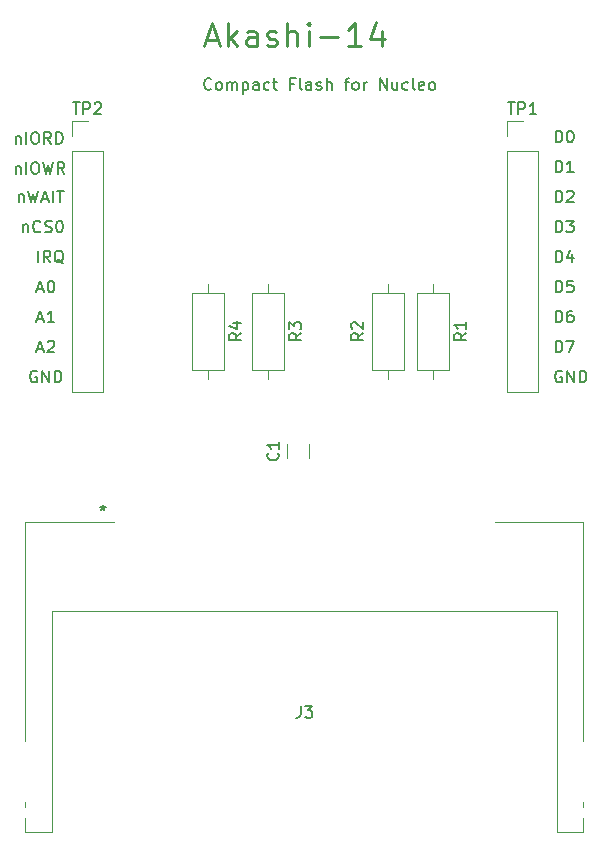
<source format=gbr>
G04 #@! TF.GenerationSoftware,KiCad,Pcbnew,7.0.1-3b83917a11~172~ubuntu22.04.1*
G04 #@! TF.CreationDate,2023-04-09T16:34:52+09:00*
G04 #@! TF.ProjectId,Akashi-14,416b6173-6869-42d3-9134-2e6b69636164,rev?*
G04 #@! TF.SameCoordinates,Original*
G04 #@! TF.FileFunction,Legend,Top*
G04 #@! TF.FilePolarity,Positive*
%FSLAX46Y46*%
G04 Gerber Fmt 4.6, Leading zero omitted, Abs format (unit mm)*
G04 Created by KiCad (PCBNEW 7.0.1-3b83917a11~172~ubuntu22.04.1) date 2023-04-09 16:34:52*
%MOMM*%
%LPD*%
G01*
G04 APERTURE LIST*
%ADD10C,0.200000*%
%ADD11C,0.150000*%
%ADD12C,0.250000*%
%ADD13C,0.120000*%
G04 APERTURE END LIST*
D10*
X108775476Y-110716904D02*
X109251666Y-110716904D01*
X108680238Y-111002619D02*
X109013571Y-110002619D01*
X109013571Y-110002619D02*
X109346904Y-111002619D01*
X110204047Y-111002619D02*
X109632619Y-111002619D01*
X109918333Y-111002619D02*
X109918333Y-110002619D01*
X109918333Y-110002619D02*
X109823095Y-110145476D01*
X109823095Y-110145476D02*
X109727857Y-110240714D01*
X109727857Y-110240714D02*
X109632619Y-110288333D01*
X152638095Y-98302619D02*
X152638095Y-97302619D01*
X152638095Y-97302619D02*
X152876190Y-97302619D01*
X152876190Y-97302619D02*
X153019047Y-97350238D01*
X153019047Y-97350238D02*
X153114285Y-97445476D01*
X153114285Y-97445476D02*
X153161904Y-97540714D01*
X153161904Y-97540714D02*
X153209523Y-97731190D01*
X153209523Y-97731190D02*
X153209523Y-97874047D01*
X153209523Y-97874047D02*
X153161904Y-98064523D01*
X153161904Y-98064523D02*
X153114285Y-98159761D01*
X153114285Y-98159761D02*
X153019047Y-98255000D01*
X153019047Y-98255000D02*
X152876190Y-98302619D01*
X152876190Y-98302619D02*
X152638095Y-98302619D01*
X154161904Y-98302619D02*
X153590476Y-98302619D01*
X153876190Y-98302619D02*
X153876190Y-97302619D01*
X153876190Y-97302619D02*
X153780952Y-97445476D01*
X153780952Y-97445476D02*
X153685714Y-97540714D01*
X153685714Y-97540714D02*
X153590476Y-97588333D01*
X152638095Y-108462619D02*
X152638095Y-107462619D01*
X152638095Y-107462619D02*
X152876190Y-107462619D01*
X152876190Y-107462619D02*
X153019047Y-107510238D01*
X153019047Y-107510238D02*
X153114285Y-107605476D01*
X153114285Y-107605476D02*
X153161904Y-107700714D01*
X153161904Y-107700714D02*
X153209523Y-107891190D01*
X153209523Y-107891190D02*
X153209523Y-108034047D01*
X153209523Y-108034047D02*
X153161904Y-108224523D01*
X153161904Y-108224523D02*
X153114285Y-108319761D01*
X153114285Y-108319761D02*
X153019047Y-108415000D01*
X153019047Y-108415000D02*
X152876190Y-108462619D01*
X152876190Y-108462619D02*
X152638095Y-108462619D01*
X154114285Y-107462619D02*
X153638095Y-107462619D01*
X153638095Y-107462619D02*
X153590476Y-107938809D01*
X153590476Y-107938809D02*
X153638095Y-107891190D01*
X153638095Y-107891190D02*
X153733333Y-107843571D01*
X153733333Y-107843571D02*
X153971428Y-107843571D01*
X153971428Y-107843571D02*
X154066666Y-107891190D01*
X154066666Y-107891190D02*
X154114285Y-107938809D01*
X154114285Y-107938809D02*
X154161904Y-108034047D01*
X154161904Y-108034047D02*
X154161904Y-108272142D01*
X154161904Y-108272142D02*
X154114285Y-108367380D01*
X154114285Y-108367380D02*
X154066666Y-108415000D01*
X154066666Y-108415000D02*
X153971428Y-108462619D01*
X153971428Y-108462619D02*
X153733333Y-108462619D01*
X153733333Y-108462619D02*
X153638095Y-108415000D01*
X153638095Y-108415000D02*
X153590476Y-108367380D01*
X152638095Y-103382619D02*
X152638095Y-102382619D01*
X152638095Y-102382619D02*
X152876190Y-102382619D01*
X152876190Y-102382619D02*
X153019047Y-102430238D01*
X153019047Y-102430238D02*
X153114285Y-102525476D01*
X153114285Y-102525476D02*
X153161904Y-102620714D01*
X153161904Y-102620714D02*
X153209523Y-102811190D01*
X153209523Y-102811190D02*
X153209523Y-102954047D01*
X153209523Y-102954047D02*
X153161904Y-103144523D01*
X153161904Y-103144523D02*
X153114285Y-103239761D01*
X153114285Y-103239761D02*
X153019047Y-103335000D01*
X153019047Y-103335000D02*
X152876190Y-103382619D01*
X152876190Y-103382619D02*
X152638095Y-103382619D01*
X153542857Y-102382619D02*
X154161904Y-102382619D01*
X154161904Y-102382619D02*
X153828571Y-102763571D01*
X153828571Y-102763571D02*
X153971428Y-102763571D01*
X153971428Y-102763571D02*
X154066666Y-102811190D01*
X154066666Y-102811190D02*
X154114285Y-102858809D01*
X154114285Y-102858809D02*
X154161904Y-102954047D01*
X154161904Y-102954047D02*
X154161904Y-103192142D01*
X154161904Y-103192142D02*
X154114285Y-103287380D01*
X154114285Y-103287380D02*
X154066666Y-103335000D01*
X154066666Y-103335000D02*
X153971428Y-103382619D01*
X153971428Y-103382619D02*
X153685714Y-103382619D01*
X153685714Y-103382619D02*
X153590476Y-103335000D01*
X153590476Y-103335000D02*
X153542857Y-103287380D01*
X152638095Y-105922619D02*
X152638095Y-104922619D01*
X152638095Y-104922619D02*
X152876190Y-104922619D01*
X152876190Y-104922619D02*
X153019047Y-104970238D01*
X153019047Y-104970238D02*
X153114285Y-105065476D01*
X153114285Y-105065476D02*
X153161904Y-105160714D01*
X153161904Y-105160714D02*
X153209523Y-105351190D01*
X153209523Y-105351190D02*
X153209523Y-105494047D01*
X153209523Y-105494047D02*
X153161904Y-105684523D01*
X153161904Y-105684523D02*
X153114285Y-105779761D01*
X153114285Y-105779761D02*
X153019047Y-105875000D01*
X153019047Y-105875000D02*
X152876190Y-105922619D01*
X152876190Y-105922619D02*
X152638095Y-105922619D01*
X154066666Y-105255952D02*
X154066666Y-105922619D01*
X153828571Y-104875000D02*
X153590476Y-105589285D01*
X153590476Y-105589285D02*
X154209523Y-105589285D01*
X106918095Y-95222952D02*
X106918095Y-95889619D01*
X106918095Y-95318190D02*
X106965714Y-95270571D01*
X106965714Y-95270571D02*
X107060952Y-95222952D01*
X107060952Y-95222952D02*
X107203809Y-95222952D01*
X107203809Y-95222952D02*
X107299047Y-95270571D01*
X107299047Y-95270571D02*
X107346666Y-95365809D01*
X107346666Y-95365809D02*
X107346666Y-95889619D01*
X107822857Y-95889619D02*
X107822857Y-94889619D01*
X108489523Y-94889619D02*
X108679999Y-94889619D01*
X108679999Y-94889619D02*
X108775237Y-94937238D01*
X108775237Y-94937238D02*
X108870475Y-95032476D01*
X108870475Y-95032476D02*
X108918094Y-95222952D01*
X108918094Y-95222952D02*
X108918094Y-95556285D01*
X108918094Y-95556285D02*
X108870475Y-95746761D01*
X108870475Y-95746761D02*
X108775237Y-95842000D01*
X108775237Y-95842000D02*
X108679999Y-95889619D01*
X108679999Y-95889619D02*
X108489523Y-95889619D01*
X108489523Y-95889619D02*
X108394285Y-95842000D01*
X108394285Y-95842000D02*
X108299047Y-95746761D01*
X108299047Y-95746761D02*
X108251428Y-95556285D01*
X108251428Y-95556285D02*
X108251428Y-95222952D01*
X108251428Y-95222952D02*
X108299047Y-95032476D01*
X108299047Y-95032476D02*
X108394285Y-94937238D01*
X108394285Y-94937238D02*
X108489523Y-94889619D01*
X109918094Y-95889619D02*
X109584761Y-95413428D01*
X109346666Y-95889619D02*
X109346666Y-94889619D01*
X109346666Y-94889619D02*
X109727618Y-94889619D01*
X109727618Y-94889619D02*
X109822856Y-94937238D01*
X109822856Y-94937238D02*
X109870475Y-94984857D01*
X109870475Y-94984857D02*
X109918094Y-95080095D01*
X109918094Y-95080095D02*
X109918094Y-95222952D01*
X109918094Y-95222952D02*
X109870475Y-95318190D01*
X109870475Y-95318190D02*
X109822856Y-95365809D01*
X109822856Y-95365809D02*
X109727618Y-95413428D01*
X109727618Y-95413428D02*
X109346666Y-95413428D01*
X110346666Y-95889619D02*
X110346666Y-94889619D01*
X110346666Y-94889619D02*
X110584761Y-94889619D01*
X110584761Y-94889619D02*
X110727618Y-94937238D01*
X110727618Y-94937238D02*
X110822856Y-95032476D01*
X110822856Y-95032476D02*
X110870475Y-95127714D01*
X110870475Y-95127714D02*
X110918094Y-95318190D01*
X110918094Y-95318190D02*
X110918094Y-95461047D01*
X110918094Y-95461047D02*
X110870475Y-95651523D01*
X110870475Y-95651523D02*
X110822856Y-95746761D01*
X110822856Y-95746761D02*
X110727618Y-95842000D01*
X110727618Y-95842000D02*
X110584761Y-95889619D01*
X110584761Y-95889619D02*
X110346666Y-95889619D01*
X153161904Y-115130238D02*
X153066666Y-115082619D01*
X153066666Y-115082619D02*
X152923809Y-115082619D01*
X152923809Y-115082619D02*
X152780952Y-115130238D01*
X152780952Y-115130238D02*
X152685714Y-115225476D01*
X152685714Y-115225476D02*
X152638095Y-115320714D01*
X152638095Y-115320714D02*
X152590476Y-115511190D01*
X152590476Y-115511190D02*
X152590476Y-115654047D01*
X152590476Y-115654047D02*
X152638095Y-115844523D01*
X152638095Y-115844523D02*
X152685714Y-115939761D01*
X152685714Y-115939761D02*
X152780952Y-116035000D01*
X152780952Y-116035000D02*
X152923809Y-116082619D01*
X152923809Y-116082619D02*
X153019047Y-116082619D01*
X153019047Y-116082619D02*
X153161904Y-116035000D01*
X153161904Y-116035000D02*
X153209523Y-115987380D01*
X153209523Y-115987380D02*
X153209523Y-115654047D01*
X153209523Y-115654047D02*
X153019047Y-115654047D01*
X153638095Y-116082619D02*
X153638095Y-115082619D01*
X153638095Y-115082619D02*
X154209523Y-116082619D01*
X154209523Y-116082619D02*
X154209523Y-115082619D01*
X154685714Y-116082619D02*
X154685714Y-115082619D01*
X154685714Y-115082619D02*
X154923809Y-115082619D01*
X154923809Y-115082619D02*
X155066666Y-115130238D01*
X155066666Y-115130238D02*
X155161904Y-115225476D01*
X155161904Y-115225476D02*
X155209523Y-115320714D01*
X155209523Y-115320714D02*
X155257142Y-115511190D01*
X155257142Y-115511190D02*
X155257142Y-115654047D01*
X155257142Y-115654047D02*
X155209523Y-115844523D01*
X155209523Y-115844523D02*
X155161904Y-115939761D01*
X155161904Y-115939761D02*
X155066666Y-116035000D01*
X155066666Y-116035000D02*
X154923809Y-116082619D01*
X154923809Y-116082619D02*
X154685714Y-116082619D01*
X108775476Y-113256904D02*
X109251666Y-113256904D01*
X108680238Y-113542619D02*
X109013571Y-112542619D01*
X109013571Y-112542619D02*
X109346904Y-113542619D01*
X109632619Y-112637857D02*
X109680238Y-112590238D01*
X109680238Y-112590238D02*
X109775476Y-112542619D01*
X109775476Y-112542619D02*
X110013571Y-112542619D01*
X110013571Y-112542619D02*
X110108809Y-112590238D01*
X110108809Y-112590238D02*
X110156428Y-112637857D01*
X110156428Y-112637857D02*
X110204047Y-112733095D01*
X110204047Y-112733095D02*
X110204047Y-112828333D01*
X110204047Y-112828333D02*
X110156428Y-112971190D01*
X110156428Y-112971190D02*
X109585000Y-113542619D01*
X109585000Y-113542619D02*
X110204047Y-113542619D01*
X152638095Y-111002619D02*
X152638095Y-110002619D01*
X152638095Y-110002619D02*
X152876190Y-110002619D01*
X152876190Y-110002619D02*
X153019047Y-110050238D01*
X153019047Y-110050238D02*
X153114285Y-110145476D01*
X153114285Y-110145476D02*
X153161904Y-110240714D01*
X153161904Y-110240714D02*
X153209523Y-110431190D01*
X153209523Y-110431190D02*
X153209523Y-110574047D01*
X153209523Y-110574047D02*
X153161904Y-110764523D01*
X153161904Y-110764523D02*
X153114285Y-110859761D01*
X153114285Y-110859761D02*
X153019047Y-110955000D01*
X153019047Y-110955000D02*
X152876190Y-111002619D01*
X152876190Y-111002619D02*
X152638095Y-111002619D01*
X154066666Y-110002619D02*
X153876190Y-110002619D01*
X153876190Y-110002619D02*
X153780952Y-110050238D01*
X153780952Y-110050238D02*
X153733333Y-110097857D01*
X153733333Y-110097857D02*
X153638095Y-110240714D01*
X153638095Y-110240714D02*
X153590476Y-110431190D01*
X153590476Y-110431190D02*
X153590476Y-110812142D01*
X153590476Y-110812142D02*
X153638095Y-110907380D01*
X153638095Y-110907380D02*
X153685714Y-110955000D01*
X153685714Y-110955000D02*
X153780952Y-111002619D01*
X153780952Y-111002619D02*
X153971428Y-111002619D01*
X153971428Y-111002619D02*
X154066666Y-110955000D01*
X154066666Y-110955000D02*
X154114285Y-110907380D01*
X154114285Y-110907380D02*
X154161904Y-110812142D01*
X154161904Y-110812142D02*
X154161904Y-110574047D01*
X154161904Y-110574047D02*
X154114285Y-110478809D01*
X154114285Y-110478809D02*
X154066666Y-110431190D01*
X154066666Y-110431190D02*
X153971428Y-110383571D01*
X153971428Y-110383571D02*
X153780952Y-110383571D01*
X153780952Y-110383571D02*
X153685714Y-110431190D01*
X153685714Y-110431190D02*
X153638095Y-110478809D01*
X153638095Y-110478809D02*
X153590476Y-110574047D01*
X152638095Y-100842619D02*
X152638095Y-99842619D01*
X152638095Y-99842619D02*
X152876190Y-99842619D01*
X152876190Y-99842619D02*
X153019047Y-99890238D01*
X153019047Y-99890238D02*
X153114285Y-99985476D01*
X153114285Y-99985476D02*
X153161904Y-100080714D01*
X153161904Y-100080714D02*
X153209523Y-100271190D01*
X153209523Y-100271190D02*
X153209523Y-100414047D01*
X153209523Y-100414047D02*
X153161904Y-100604523D01*
X153161904Y-100604523D02*
X153114285Y-100699761D01*
X153114285Y-100699761D02*
X153019047Y-100795000D01*
X153019047Y-100795000D02*
X152876190Y-100842619D01*
X152876190Y-100842619D02*
X152638095Y-100842619D01*
X153590476Y-99937857D02*
X153638095Y-99890238D01*
X153638095Y-99890238D02*
X153733333Y-99842619D01*
X153733333Y-99842619D02*
X153971428Y-99842619D01*
X153971428Y-99842619D02*
X154066666Y-99890238D01*
X154066666Y-99890238D02*
X154114285Y-99937857D01*
X154114285Y-99937857D02*
X154161904Y-100033095D01*
X154161904Y-100033095D02*
X154161904Y-100128333D01*
X154161904Y-100128333D02*
X154114285Y-100271190D01*
X154114285Y-100271190D02*
X153542857Y-100842619D01*
X153542857Y-100842619D02*
X154161904Y-100842619D01*
D11*
X123491523Y-91222380D02*
X123443904Y-91270000D01*
X123443904Y-91270000D02*
X123301047Y-91317619D01*
X123301047Y-91317619D02*
X123205809Y-91317619D01*
X123205809Y-91317619D02*
X123062952Y-91270000D01*
X123062952Y-91270000D02*
X122967714Y-91174761D01*
X122967714Y-91174761D02*
X122920095Y-91079523D01*
X122920095Y-91079523D02*
X122872476Y-90889047D01*
X122872476Y-90889047D02*
X122872476Y-90746190D01*
X122872476Y-90746190D02*
X122920095Y-90555714D01*
X122920095Y-90555714D02*
X122967714Y-90460476D01*
X122967714Y-90460476D02*
X123062952Y-90365238D01*
X123062952Y-90365238D02*
X123205809Y-90317619D01*
X123205809Y-90317619D02*
X123301047Y-90317619D01*
X123301047Y-90317619D02*
X123443904Y-90365238D01*
X123443904Y-90365238D02*
X123491523Y-90412857D01*
X124062952Y-91317619D02*
X123967714Y-91270000D01*
X123967714Y-91270000D02*
X123920095Y-91222380D01*
X123920095Y-91222380D02*
X123872476Y-91127142D01*
X123872476Y-91127142D02*
X123872476Y-90841428D01*
X123872476Y-90841428D02*
X123920095Y-90746190D01*
X123920095Y-90746190D02*
X123967714Y-90698571D01*
X123967714Y-90698571D02*
X124062952Y-90650952D01*
X124062952Y-90650952D02*
X124205809Y-90650952D01*
X124205809Y-90650952D02*
X124301047Y-90698571D01*
X124301047Y-90698571D02*
X124348666Y-90746190D01*
X124348666Y-90746190D02*
X124396285Y-90841428D01*
X124396285Y-90841428D02*
X124396285Y-91127142D01*
X124396285Y-91127142D02*
X124348666Y-91222380D01*
X124348666Y-91222380D02*
X124301047Y-91270000D01*
X124301047Y-91270000D02*
X124205809Y-91317619D01*
X124205809Y-91317619D02*
X124062952Y-91317619D01*
X124824857Y-91317619D02*
X124824857Y-90650952D01*
X124824857Y-90746190D02*
X124872476Y-90698571D01*
X124872476Y-90698571D02*
X124967714Y-90650952D01*
X124967714Y-90650952D02*
X125110571Y-90650952D01*
X125110571Y-90650952D02*
X125205809Y-90698571D01*
X125205809Y-90698571D02*
X125253428Y-90793809D01*
X125253428Y-90793809D02*
X125253428Y-91317619D01*
X125253428Y-90793809D02*
X125301047Y-90698571D01*
X125301047Y-90698571D02*
X125396285Y-90650952D01*
X125396285Y-90650952D02*
X125539142Y-90650952D01*
X125539142Y-90650952D02*
X125634381Y-90698571D01*
X125634381Y-90698571D02*
X125682000Y-90793809D01*
X125682000Y-90793809D02*
X125682000Y-91317619D01*
X126158190Y-90650952D02*
X126158190Y-91650952D01*
X126158190Y-90698571D02*
X126253428Y-90650952D01*
X126253428Y-90650952D02*
X126443904Y-90650952D01*
X126443904Y-90650952D02*
X126539142Y-90698571D01*
X126539142Y-90698571D02*
X126586761Y-90746190D01*
X126586761Y-90746190D02*
X126634380Y-90841428D01*
X126634380Y-90841428D02*
X126634380Y-91127142D01*
X126634380Y-91127142D02*
X126586761Y-91222380D01*
X126586761Y-91222380D02*
X126539142Y-91270000D01*
X126539142Y-91270000D02*
X126443904Y-91317619D01*
X126443904Y-91317619D02*
X126253428Y-91317619D01*
X126253428Y-91317619D02*
X126158190Y-91270000D01*
X127491523Y-91317619D02*
X127491523Y-90793809D01*
X127491523Y-90793809D02*
X127443904Y-90698571D01*
X127443904Y-90698571D02*
X127348666Y-90650952D01*
X127348666Y-90650952D02*
X127158190Y-90650952D01*
X127158190Y-90650952D02*
X127062952Y-90698571D01*
X127491523Y-91270000D02*
X127396285Y-91317619D01*
X127396285Y-91317619D02*
X127158190Y-91317619D01*
X127158190Y-91317619D02*
X127062952Y-91270000D01*
X127062952Y-91270000D02*
X127015333Y-91174761D01*
X127015333Y-91174761D02*
X127015333Y-91079523D01*
X127015333Y-91079523D02*
X127062952Y-90984285D01*
X127062952Y-90984285D02*
X127158190Y-90936666D01*
X127158190Y-90936666D02*
X127396285Y-90936666D01*
X127396285Y-90936666D02*
X127491523Y-90889047D01*
X128396285Y-91270000D02*
X128301047Y-91317619D01*
X128301047Y-91317619D02*
X128110571Y-91317619D01*
X128110571Y-91317619D02*
X128015333Y-91270000D01*
X128015333Y-91270000D02*
X127967714Y-91222380D01*
X127967714Y-91222380D02*
X127920095Y-91127142D01*
X127920095Y-91127142D02*
X127920095Y-90841428D01*
X127920095Y-90841428D02*
X127967714Y-90746190D01*
X127967714Y-90746190D02*
X128015333Y-90698571D01*
X128015333Y-90698571D02*
X128110571Y-90650952D01*
X128110571Y-90650952D02*
X128301047Y-90650952D01*
X128301047Y-90650952D02*
X128396285Y-90698571D01*
X128682000Y-90650952D02*
X129062952Y-90650952D01*
X128824857Y-90317619D02*
X128824857Y-91174761D01*
X128824857Y-91174761D02*
X128872476Y-91270000D01*
X128872476Y-91270000D02*
X128967714Y-91317619D01*
X128967714Y-91317619D02*
X129062952Y-91317619D01*
X130491524Y-90793809D02*
X130158191Y-90793809D01*
X130158191Y-91317619D02*
X130158191Y-90317619D01*
X130158191Y-90317619D02*
X130634381Y-90317619D01*
X131158191Y-91317619D02*
X131062953Y-91270000D01*
X131062953Y-91270000D02*
X131015334Y-91174761D01*
X131015334Y-91174761D02*
X131015334Y-90317619D01*
X131967715Y-91317619D02*
X131967715Y-90793809D01*
X131967715Y-90793809D02*
X131920096Y-90698571D01*
X131920096Y-90698571D02*
X131824858Y-90650952D01*
X131824858Y-90650952D02*
X131634382Y-90650952D01*
X131634382Y-90650952D02*
X131539144Y-90698571D01*
X131967715Y-91270000D02*
X131872477Y-91317619D01*
X131872477Y-91317619D02*
X131634382Y-91317619D01*
X131634382Y-91317619D02*
X131539144Y-91270000D01*
X131539144Y-91270000D02*
X131491525Y-91174761D01*
X131491525Y-91174761D02*
X131491525Y-91079523D01*
X131491525Y-91079523D02*
X131539144Y-90984285D01*
X131539144Y-90984285D02*
X131634382Y-90936666D01*
X131634382Y-90936666D02*
X131872477Y-90936666D01*
X131872477Y-90936666D02*
X131967715Y-90889047D01*
X132396287Y-91270000D02*
X132491525Y-91317619D01*
X132491525Y-91317619D02*
X132682001Y-91317619D01*
X132682001Y-91317619D02*
X132777239Y-91270000D01*
X132777239Y-91270000D02*
X132824858Y-91174761D01*
X132824858Y-91174761D02*
X132824858Y-91127142D01*
X132824858Y-91127142D02*
X132777239Y-91031904D01*
X132777239Y-91031904D02*
X132682001Y-90984285D01*
X132682001Y-90984285D02*
X132539144Y-90984285D01*
X132539144Y-90984285D02*
X132443906Y-90936666D01*
X132443906Y-90936666D02*
X132396287Y-90841428D01*
X132396287Y-90841428D02*
X132396287Y-90793809D01*
X132396287Y-90793809D02*
X132443906Y-90698571D01*
X132443906Y-90698571D02*
X132539144Y-90650952D01*
X132539144Y-90650952D02*
X132682001Y-90650952D01*
X132682001Y-90650952D02*
X132777239Y-90698571D01*
X133253430Y-91317619D02*
X133253430Y-90317619D01*
X133682001Y-91317619D02*
X133682001Y-90793809D01*
X133682001Y-90793809D02*
X133634382Y-90698571D01*
X133634382Y-90698571D02*
X133539144Y-90650952D01*
X133539144Y-90650952D02*
X133396287Y-90650952D01*
X133396287Y-90650952D02*
X133301049Y-90698571D01*
X133301049Y-90698571D02*
X133253430Y-90746190D01*
X134777240Y-90650952D02*
X135158192Y-90650952D01*
X134920097Y-91317619D02*
X134920097Y-90460476D01*
X134920097Y-90460476D02*
X134967716Y-90365238D01*
X134967716Y-90365238D02*
X135062954Y-90317619D01*
X135062954Y-90317619D02*
X135158192Y-90317619D01*
X135634383Y-91317619D02*
X135539145Y-91270000D01*
X135539145Y-91270000D02*
X135491526Y-91222380D01*
X135491526Y-91222380D02*
X135443907Y-91127142D01*
X135443907Y-91127142D02*
X135443907Y-90841428D01*
X135443907Y-90841428D02*
X135491526Y-90746190D01*
X135491526Y-90746190D02*
X135539145Y-90698571D01*
X135539145Y-90698571D02*
X135634383Y-90650952D01*
X135634383Y-90650952D02*
X135777240Y-90650952D01*
X135777240Y-90650952D02*
X135872478Y-90698571D01*
X135872478Y-90698571D02*
X135920097Y-90746190D01*
X135920097Y-90746190D02*
X135967716Y-90841428D01*
X135967716Y-90841428D02*
X135967716Y-91127142D01*
X135967716Y-91127142D02*
X135920097Y-91222380D01*
X135920097Y-91222380D02*
X135872478Y-91270000D01*
X135872478Y-91270000D02*
X135777240Y-91317619D01*
X135777240Y-91317619D02*
X135634383Y-91317619D01*
X136396288Y-91317619D02*
X136396288Y-90650952D01*
X136396288Y-90841428D02*
X136443907Y-90746190D01*
X136443907Y-90746190D02*
X136491526Y-90698571D01*
X136491526Y-90698571D02*
X136586764Y-90650952D01*
X136586764Y-90650952D02*
X136682002Y-90650952D01*
X137777241Y-91317619D02*
X137777241Y-90317619D01*
X137777241Y-90317619D02*
X138348669Y-91317619D01*
X138348669Y-91317619D02*
X138348669Y-90317619D01*
X139253431Y-90650952D02*
X139253431Y-91317619D01*
X138824860Y-90650952D02*
X138824860Y-91174761D01*
X138824860Y-91174761D02*
X138872479Y-91270000D01*
X138872479Y-91270000D02*
X138967717Y-91317619D01*
X138967717Y-91317619D02*
X139110574Y-91317619D01*
X139110574Y-91317619D02*
X139205812Y-91270000D01*
X139205812Y-91270000D02*
X139253431Y-91222380D01*
X140158193Y-91270000D02*
X140062955Y-91317619D01*
X140062955Y-91317619D02*
X139872479Y-91317619D01*
X139872479Y-91317619D02*
X139777241Y-91270000D01*
X139777241Y-91270000D02*
X139729622Y-91222380D01*
X139729622Y-91222380D02*
X139682003Y-91127142D01*
X139682003Y-91127142D02*
X139682003Y-90841428D01*
X139682003Y-90841428D02*
X139729622Y-90746190D01*
X139729622Y-90746190D02*
X139777241Y-90698571D01*
X139777241Y-90698571D02*
X139872479Y-90650952D01*
X139872479Y-90650952D02*
X140062955Y-90650952D01*
X140062955Y-90650952D02*
X140158193Y-90698571D01*
X140729622Y-91317619D02*
X140634384Y-91270000D01*
X140634384Y-91270000D02*
X140586765Y-91174761D01*
X140586765Y-91174761D02*
X140586765Y-90317619D01*
X141491527Y-91270000D02*
X141396289Y-91317619D01*
X141396289Y-91317619D02*
X141205813Y-91317619D01*
X141205813Y-91317619D02*
X141110575Y-91270000D01*
X141110575Y-91270000D02*
X141062956Y-91174761D01*
X141062956Y-91174761D02*
X141062956Y-90793809D01*
X141062956Y-90793809D02*
X141110575Y-90698571D01*
X141110575Y-90698571D02*
X141205813Y-90650952D01*
X141205813Y-90650952D02*
X141396289Y-90650952D01*
X141396289Y-90650952D02*
X141491527Y-90698571D01*
X141491527Y-90698571D02*
X141539146Y-90793809D01*
X141539146Y-90793809D02*
X141539146Y-90889047D01*
X141539146Y-90889047D02*
X141062956Y-90984285D01*
X142110575Y-91317619D02*
X142015337Y-91270000D01*
X142015337Y-91270000D02*
X141967718Y-91222380D01*
X141967718Y-91222380D02*
X141920099Y-91127142D01*
X141920099Y-91127142D02*
X141920099Y-90841428D01*
X141920099Y-90841428D02*
X141967718Y-90746190D01*
X141967718Y-90746190D02*
X142015337Y-90698571D01*
X142015337Y-90698571D02*
X142110575Y-90650952D01*
X142110575Y-90650952D02*
X142253432Y-90650952D01*
X142253432Y-90650952D02*
X142348670Y-90698571D01*
X142348670Y-90698571D02*
X142396289Y-90746190D01*
X142396289Y-90746190D02*
X142443908Y-90841428D01*
X142443908Y-90841428D02*
X142443908Y-91127142D01*
X142443908Y-91127142D02*
X142396289Y-91222380D01*
X142396289Y-91222380D02*
X142348670Y-91270000D01*
X142348670Y-91270000D02*
X142253432Y-91317619D01*
X142253432Y-91317619D02*
X142110575Y-91317619D01*
D10*
X108775476Y-108176904D02*
X109251666Y-108176904D01*
X108680238Y-108462619D02*
X109013571Y-107462619D01*
X109013571Y-107462619D02*
X109346904Y-108462619D01*
X109870714Y-107462619D02*
X109965952Y-107462619D01*
X109965952Y-107462619D02*
X110061190Y-107510238D01*
X110061190Y-107510238D02*
X110108809Y-107557857D01*
X110108809Y-107557857D02*
X110156428Y-107653095D01*
X110156428Y-107653095D02*
X110204047Y-107843571D01*
X110204047Y-107843571D02*
X110204047Y-108081666D01*
X110204047Y-108081666D02*
X110156428Y-108272142D01*
X110156428Y-108272142D02*
X110108809Y-108367380D01*
X110108809Y-108367380D02*
X110061190Y-108415000D01*
X110061190Y-108415000D02*
X109965952Y-108462619D01*
X109965952Y-108462619D02*
X109870714Y-108462619D01*
X109870714Y-108462619D02*
X109775476Y-108415000D01*
X109775476Y-108415000D02*
X109727857Y-108367380D01*
X109727857Y-108367380D02*
X109680238Y-108272142D01*
X109680238Y-108272142D02*
X109632619Y-108081666D01*
X109632619Y-108081666D02*
X109632619Y-107843571D01*
X109632619Y-107843571D02*
X109680238Y-107653095D01*
X109680238Y-107653095D02*
X109727857Y-107557857D01*
X109727857Y-107557857D02*
X109775476Y-107510238D01*
X109775476Y-107510238D02*
X109870714Y-107462619D01*
X152638095Y-113542619D02*
X152638095Y-112542619D01*
X152638095Y-112542619D02*
X152876190Y-112542619D01*
X152876190Y-112542619D02*
X153019047Y-112590238D01*
X153019047Y-112590238D02*
X153114285Y-112685476D01*
X153114285Y-112685476D02*
X153161904Y-112780714D01*
X153161904Y-112780714D02*
X153209523Y-112971190D01*
X153209523Y-112971190D02*
X153209523Y-113114047D01*
X153209523Y-113114047D02*
X153161904Y-113304523D01*
X153161904Y-113304523D02*
X153114285Y-113399761D01*
X153114285Y-113399761D02*
X153019047Y-113495000D01*
X153019047Y-113495000D02*
X152876190Y-113542619D01*
X152876190Y-113542619D02*
X152638095Y-113542619D01*
X153542857Y-112542619D02*
X154209523Y-112542619D01*
X154209523Y-112542619D02*
X153780952Y-113542619D01*
D12*
X123062952Y-87067809D02*
X124015333Y-87067809D01*
X122872476Y-87639238D02*
X123539142Y-85639238D01*
X123539142Y-85639238D02*
X124205809Y-87639238D01*
X124872476Y-87639238D02*
X124872476Y-85639238D01*
X125062952Y-86877333D02*
X125634381Y-87639238D01*
X125634381Y-86305904D02*
X124872476Y-87067809D01*
X127348667Y-87639238D02*
X127348667Y-86591619D01*
X127348667Y-86591619D02*
X127253429Y-86401142D01*
X127253429Y-86401142D02*
X127062953Y-86305904D01*
X127062953Y-86305904D02*
X126682000Y-86305904D01*
X126682000Y-86305904D02*
X126491524Y-86401142D01*
X127348667Y-87544000D02*
X127158191Y-87639238D01*
X127158191Y-87639238D02*
X126682000Y-87639238D01*
X126682000Y-87639238D02*
X126491524Y-87544000D01*
X126491524Y-87544000D02*
X126396286Y-87353523D01*
X126396286Y-87353523D02*
X126396286Y-87163047D01*
X126396286Y-87163047D02*
X126491524Y-86972571D01*
X126491524Y-86972571D02*
X126682000Y-86877333D01*
X126682000Y-86877333D02*
X127158191Y-86877333D01*
X127158191Y-86877333D02*
X127348667Y-86782095D01*
X128205810Y-87544000D02*
X128396286Y-87639238D01*
X128396286Y-87639238D02*
X128777238Y-87639238D01*
X128777238Y-87639238D02*
X128967715Y-87544000D01*
X128967715Y-87544000D02*
X129062953Y-87353523D01*
X129062953Y-87353523D02*
X129062953Y-87258285D01*
X129062953Y-87258285D02*
X128967715Y-87067809D01*
X128967715Y-87067809D02*
X128777238Y-86972571D01*
X128777238Y-86972571D02*
X128491524Y-86972571D01*
X128491524Y-86972571D02*
X128301048Y-86877333D01*
X128301048Y-86877333D02*
X128205810Y-86686857D01*
X128205810Y-86686857D02*
X128205810Y-86591619D01*
X128205810Y-86591619D02*
X128301048Y-86401142D01*
X128301048Y-86401142D02*
X128491524Y-86305904D01*
X128491524Y-86305904D02*
X128777238Y-86305904D01*
X128777238Y-86305904D02*
X128967715Y-86401142D01*
X129920096Y-87639238D02*
X129920096Y-85639238D01*
X130777239Y-87639238D02*
X130777239Y-86591619D01*
X130777239Y-86591619D02*
X130682001Y-86401142D01*
X130682001Y-86401142D02*
X130491525Y-86305904D01*
X130491525Y-86305904D02*
X130205810Y-86305904D01*
X130205810Y-86305904D02*
X130015334Y-86401142D01*
X130015334Y-86401142D02*
X129920096Y-86496380D01*
X131729620Y-87639238D02*
X131729620Y-86305904D01*
X131729620Y-85639238D02*
X131634382Y-85734476D01*
X131634382Y-85734476D02*
X131729620Y-85829714D01*
X131729620Y-85829714D02*
X131824858Y-85734476D01*
X131824858Y-85734476D02*
X131729620Y-85639238D01*
X131729620Y-85639238D02*
X131729620Y-85829714D01*
X132682001Y-86877333D02*
X134205811Y-86877333D01*
X136205810Y-87639238D02*
X135062953Y-87639238D01*
X135634381Y-87639238D02*
X135634381Y-85639238D01*
X135634381Y-85639238D02*
X135443905Y-85924952D01*
X135443905Y-85924952D02*
X135253429Y-86115428D01*
X135253429Y-86115428D02*
X135062953Y-86210666D01*
X137920096Y-86305904D02*
X137920096Y-87639238D01*
X137443905Y-85544000D02*
X136967715Y-86972571D01*
X136967715Y-86972571D02*
X138205810Y-86972571D01*
D10*
X152638095Y-95762619D02*
X152638095Y-94762619D01*
X152638095Y-94762619D02*
X152876190Y-94762619D01*
X152876190Y-94762619D02*
X153019047Y-94810238D01*
X153019047Y-94810238D02*
X153114285Y-94905476D01*
X153114285Y-94905476D02*
X153161904Y-95000714D01*
X153161904Y-95000714D02*
X153209523Y-95191190D01*
X153209523Y-95191190D02*
X153209523Y-95334047D01*
X153209523Y-95334047D02*
X153161904Y-95524523D01*
X153161904Y-95524523D02*
X153114285Y-95619761D01*
X153114285Y-95619761D02*
X153019047Y-95715000D01*
X153019047Y-95715000D02*
X152876190Y-95762619D01*
X152876190Y-95762619D02*
X152638095Y-95762619D01*
X153828571Y-94762619D02*
X153923809Y-94762619D01*
X153923809Y-94762619D02*
X154019047Y-94810238D01*
X154019047Y-94810238D02*
X154066666Y-94857857D01*
X154066666Y-94857857D02*
X154114285Y-94953095D01*
X154114285Y-94953095D02*
X154161904Y-95143571D01*
X154161904Y-95143571D02*
X154161904Y-95381666D01*
X154161904Y-95381666D02*
X154114285Y-95572142D01*
X154114285Y-95572142D02*
X154066666Y-95667380D01*
X154066666Y-95667380D02*
X154019047Y-95715000D01*
X154019047Y-95715000D02*
X153923809Y-95762619D01*
X153923809Y-95762619D02*
X153828571Y-95762619D01*
X153828571Y-95762619D02*
X153733333Y-95715000D01*
X153733333Y-95715000D02*
X153685714Y-95667380D01*
X153685714Y-95667380D02*
X153638095Y-95572142D01*
X153638095Y-95572142D02*
X153590476Y-95381666D01*
X153590476Y-95381666D02*
X153590476Y-95143571D01*
X153590476Y-95143571D02*
X153638095Y-94953095D01*
X153638095Y-94953095D02*
X153685714Y-94857857D01*
X153685714Y-94857857D02*
X153733333Y-94810238D01*
X153733333Y-94810238D02*
X153828571Y-94762619D01*
X107172095Y-100175952D02*
X107172095Y-100842619D01*
X107172095Y-100271190D02*
X107219714Y-100223571D01*
X107219714Y-100223571D02*
X107314952Y-100175952D01*
X107314952Y-100175952D02*
X107457809Y-100175952D01*
X107457809Y-100175952D02*
X107553047Y-100223571D01*
X107553047Y-100223571D02*
X107600666Y-100318809D01*
X107600666Y-100318809D02*
X107600666Y-100842619D01*
X107981619Y-99842619D02*
X108219714Y-100842619D01*
X108219714Y-100842619D02*
X108410190Y-100128333D01*
X108410190Y-100128333D02*
X108600666Y-100842619D01*
X108600666Y-100842619D02*
X108838762Y-99842619D01*
X109172095Y-100556904D02*
X109648285Y-100556904D01*
X109076857Y-100842619D02*
X109410190Y-99842619D01*
X109410190Y-99842619D02*
X109743523Y-100842619D01*
X110076857Y-100842619D02*
X110076857Y-99842619D01*
X110410190Y-99842619D02*
X110981618Y-99842619D01*
X110695904Y-100842619D02*
X110695904Y-99842619D01*
X106918095Y-97762952D02*
X106918095Y-98429619D01*
X106918095Y-97858190D02*
X106965714Y-97810571D01*
X106965714Y-97810571D02*
X107060952Y-97762952D01*
X107060952Y-97762952D02*
X107203809Y-97762952D01*
X107203809Y-97762952D02*
X107299047Y-97810571D01*
X107299047Y-97810571D02*
X107346666Y-97905809D01*
X107346666Y-97905809D02*
X107346666Y-98429619D01*
X107822857Y-98429619D02*
X107822857Y-97429619D01*
X108489523Y-97429619D02*
X108679999Y-97429619D01*
X108679999Y-97429619D02*
X108775237Y-97477238D01*
X108775237Y-97477238D02*
X108870475Y-97572476D01*
X108870475Y-97572476D02*
X108918094Y-97762952D01*
X108918094Y-97762952D02*
X108918094Y-98096285D01*
X108918094Y-98096285D02*
X108870475Y-98286761D01*
X108870475Y-98286761D02*
X108775237Y-98382000D01*
X108775237Y-98382000D02*
X108679999Y-98429619D01*
X108679999Y-98429619D02*
X108489523Y-98429619D01*
X108489523Y-98429619D02*
X108394285Y-98382000D01*
X108394285Y-98382000D02*
X108299047Y-98286761D01*
X108299047Y-98286761D02*
X108251428Y-98096285D01*
X108251428Y-98096285D02*
X108251428Y-97762952D01*
X108251428Y-97762952D02*
X108299047Y-97572476D01*
X108299047Y-97572476D02*
X108394285Y-97477238D01*
X108394285Y-97477238D02*
X108489523Y-97429619D01*
X109251428Y-97429619D02*
X109489523Y-98429619D01*
X109489523Y-98429619D02*
X109679999Y-97715333D01*
X109679999Y-97715333D02*
X109870475Y-98429619D01*
X109870475Y-98429619D02*
X110108571Y-97429619D01*
X111060951Y-98429619D02*
X110727618Y-97953428D01*
X110489523Y-98429619D02*
X110489523Y-97429619D01*
X110489523Y-97429619D02*
X110870475Y-97429619D01*
X110870475Y-97429619D02*
X110965713Y-97477238D01*
X110965713Y-97477238D02*
X111013332Y-97524857D01*
X111013332Y-97524857D02*
X111060951Y-97620095D01*
X111060951Y-97620095D02*
X111060951Y-97762952D01*
X111060951Y-97762952D02*
X111013332Y-97858190D01*
X111013332Y-97858190D02*
X110965713Y-97905809D01*
X110965713Y-97905809D02*
X110870475Y-97953428D01*
X110870475Y-97953428D02*
X110489523Y-97953428D01*
X107553095Y-102715952D02*
X107553095Y-103382619D01*
X107553095Y-102811190D02*
X107600714Y-102763571D01*
X107600714Y-102763571D02*
X107695952Y-102715952D01*
X107695952Y-102715952D02*
X107838809Y-102715952D01*
X107838809Y-102715952D02*
X107934047Y-102763571D01*
X107934047Y-102763571D02*
X107981666Y-102858809D01*
X107981666Y-102858809D02*
X107981666Y-103382619D01*
X109029285Y-103287380D02*
X108981666Y-103335000D01*
X108981666Y-103335000D02*
X108838809Y-103382619D01*
X108838809Y-103382619D02*
X108743571Y-103382619D01*
X108743571Y-103382619D02*
X108600714Y-103335000D01*
X108600714Y-103335000D02*
X108505476Y-103239761D01*
X108505476Y-103239761D02*
X108457857Y-103144523D01*
X108457857Y-103144523D02*
X108410238Y-102954047D01*
X108410238Y-102954047D02*
X108410238Y-102811190D01*
X108410238Y-102811190D02*
X108457857Y-102620714D01*
X108457857Y-102620714D02*
X108505476Y-102525476D01*
X108505476Y-102525476D02*
X108600714Y-102430238D01*
X108600714Y-102430238D02*
X108743571Y-102382619D01*
X108743571Y-102382619D02*
X108838809Y-102382619D01*
X108838809Y-102382619D02*
X108981666Y-102430238D01*
X108981666Y-102430238D02*
X109029285Y-102477857D01*
X109410238Y-103335000D02*
X109553095Y-103382619D01*
X109553095Y-103382619D02*
X109791190Y-103382619D01*
X109791190Y-103382619D02*
X109886428Y-103335000D01*
X109886428Y-103335000D02*
X109934047Y-103287380D01*
X109934047Y-103287380D02*
X109981666Y-103192142D01*
X109981666Y-103192142D02*
X109981666Y-103096904D01*
X109981666Y-103096904D02*
X109934047Y-103001666D01*
X109934047Y-103001666D02*
X109886428Y-102954047D01*
X109886428Y-102954047D02*
X109791190Y-102906428D01*
X109791190Y-102906428D02*
X109600714Y-102858809D01*
X109600714Y-102858809D02*
X109505476Y-102811190D01*
X109505476Y-102811190D02*
X109457857Y-102763571D01*
X109457857Y-102763571D02*
X109410238Y-102668333D01*
X109410238Y-102668333D02*
X109410238Y-102573095D01*
X109410238Y-102573095D02*
X109457857Y-102477857D01*
X109457857Y-102477857D02*
X109505476Y-102430238D01*
X109505476Y-102430238D02*
X109600714Y-102382619D01*
X109600714Y-102382619D02*
X109838809Y-102382619D01*
X109838809Y-102382619D02*
X109981666Y-102430238D01*
X110600714Y-102382619D02*
X110695952Y-102382619D01*
X110695952Y-102382619D02*
X110791190Y-102430238D01*
X110791190Y-102430238D02*
X110838809Y-102477857D01*
X110838809Y-102477857D02*
X110886428Y-102573095D01*
X110886428Y-102573095D02*
X110934047Y-102763571D01*
X110934047Y-102763571D02*
X110934047Y-103001666D01*
X110934047Y-103001666D02*
X110886428Y-103192142D01*
X110886428Y-103192142D02*
X110838809Y-103287380D01*
X110838809Y-103287380D02*
X110791190Y-103335000D01*
X110791190Y-103335000D02*
X110695952Y-103382619D01*
X110695952Y-103382619D02*
X110600714Y-103382619D01*
X110600714Y-103382619D02*
X110505476Y-103335000D01*
X110505476Y-103335000D02*
X110457857Y-103287380D01*
X110457857Y-103287380D02*
X110410238Y-103192142D01*
X110410238Y-103192142D02*
X110362619Y-103001666D01*
X110362619Y-103001666D02*
X110362619Y-102763571D01*
X110362619Y-102763571D02*
X110410238Y-102573095D01*
X110410238Y-102573095D02*
X110457857Y-102477857D01*
X110457857Y-102477857D02*
X110505476Y-102430238D01*
X110505476Y-102430238D02*
X110600714Y-102382619D01*
X108711904Y-115130238D02*
X108616666Y-115082619D01*
X108616666Y-115082619D02*
X108473809Y-115082619D01*
X108473809Y-115082619D02*
X108330952Y-115130238D01*
X108330952Y-115130238D02*
X108235714Y-115225476D01*
X108235714Y-115225476D02*
X108188095Y-115320714D01*
X108188095Y-115320714D02*
X108140476Y-115511190D01*
X108140476Y-115511190D02*
X108140476Y-115654047D01*
X108140476Y-115654047D02*
X108188095Y-115844523D01*
X108188095Y-115844523D02*
X108235714Y-115939761D01*
X108235714Y-115939761D02*
X108330952Y-116035000D01*
X108330952Y-116035000D02*
X108473809Y-116082619D01*
X108473809Y-116082619D02*
X108569047Y-116082619D01*
X108569047Y-116082619D02*
X108711904Y-116035000D01*
X108711904Y-116035000D02*
X108759523Y-115987380D01*
X108759523Y-115987380D02*
X108759523Y-115654047D01*
X108759523Y-115654047D02*
X108569047Y-115654047D01*
X109188095Y-116082619D02*
X109188095Y-115082619D01*
X109188095Y-115082619D02*
X109759523Y-116082619D01*
X109759523Y-116082619D02*
X109759523Y-115082619D01*
X110235714Y-116082619D02*
X110235714Y-115082619D01*
X110235714Y-115082619D02*
X110473809Y-115082619D01*
X110473809Y-115082619D02*
X110616666Y-115130238D01*
X110616666Y-115130238D02*
X110711904Y-115225476D01*
X110711904Y-115225476D02*
X110759523Y-115320714D01*
X110759523Y-115320714D02*
X110807142Y-115511190D01*
X110807142Y-115511190D02*
X110807142Y-115654047D01*
X110807142Y-115654047D02*
X110759523Y-115844523D01*
X110759523Y-115844523D02*
X110711904Y-115939761D01*
X110711904Y-115939761D02*
X110616666Y-116035000D01*
X110616666Y-116035000D02*
X110473809Y-116082619D01*
X110473809Y-116082619D02*
X110235714Y-116082619D01*
X108823095Y-105922619D02*
X108823095Y-104922619D01*
X109870713Y-105922619D02*
X109537380Y-105446428D01*
X109299285Y-105922619D02*
X109299285Y-104922619D01*
X109299285Y-104922619D02*
X109680237Y-104922619D01*
X109680237Y-104922619D02*
X109775475Y-104970238D01*
X109775475Y-104970238D02*
X109823094Y-105017857D01*
X109823094Y-105017857D02*
X109870713Y-105113095D01*
X109870713Y-105113095D02*
X109870713Y-105255952D01*
X109870713Y-105255952D02*
X109823094Y-105351190D01*
X109823094Y-105351190D02*
X109775475Y-105398809D01*
X109775475Y-105398809D02*
X109680237Y-105446428D01*
X109680237Y-105446428D02*
X109299285Y-105446428D01*
X110965951Y-106017857D02*
X110870713Y-105970238D01*
X110870713Y-105970238D02*
X110775475Y-105875000D01*
X110775475Y-105875000D02*
X110632618Y-105732142D01*
X110632618Y-105732142D02*
X110537380Y-105684523D01*
X110537380Y-105684523D02*
X110442142Y-105684523D01*
X110489761Y-105922619D02*
X110394523Y-105875000D01*
X110394523Y-105875000D02*
X110299285Y-105779761D01*
X110299285Y-105779761D02*
X110251666Y-105589285D01*
X110251666Y-105589285D02*
X110251666Y-105255952D01*
X110251666Y-105255952D02*
X110299285Y-105065476D01*
X110299285Y-105065476D02*
X110394523Y-104970238D01*
X110394523Y-104970238D02*
X110489761Y-104922619D01*
X110489761Y-104922619D02*
X110680237Y-104922619D01*
X110680237Y-104922619D02*
X110775475Y-104970238D01*
X110775475Y-104970238D02*
X110870713Y-105065476D01*
X110870713Y-105065476D02*
X110918332Y-105255952D01*
X110918332Y-105255952D02*
X110918332Y-105589285D01*
X110918332Y-105589285D02*
X110870713Y-105779761D01*
X110870713Y-105779761D02*
X110775475Y-105875000D01*
X110775475Y-105875000D02*
X110680237Y-105922619D01*
X110680237Y-105922619D02*
X110489761Y-105922619D01*
D11*
X131047266Y-143480619D02*
X131047266Y-144194904D01*
X131047266Y-144194904D02*
X130999647Y-144337761D01*
X130999647Y-144337761D02*
X130904409Y-144433000D01*
X130904409Y-144433000D02*
X130761552Y-144480619D01*
X130761552Y-144480619D02*
X130666314Y-144480619D01*
X131428219Y-143480619D02*
X132047266Y-143480619D01*
X132047266Y-143480619D02*
X131713933Y-143861571D01*
X131713933Y-143861571D02*
X131856790Y-143861571D01*
X131856790Y-143861571D02*
X131952028Y-143909190D01*
X131952028Y-143909190D02*
X131999647Y-143956809D01*
X131999647Y-143956809D02*
X132047266Y-144052047D01*
X132047266Y-144052047D02*
X132047266Y-144290142D01*
X132047266Y-144290142D02*
X131999647Y-144385380D01*
X131999647Y-144385380D02*
X131952028Y-144433000D01*
X131952028Y-144433000D02*
X131856790Y-144480619D01*
X131856790Y-144480619D02*
X131571076Y-144480619D01*
X131571076Y-144480619D02*
X131475838Y-144433000D01*
X131475838Y-144433000D02*
X131428219Y-144385380D01*
X114300000Y-126462619D02*
X114300000Y-126700714D01*
X114061905Y-126605476D02*
X114300000Y-126700714D01*
X114300000Y-126700714D02*
X114538095Y-126605476D01*
X114157143Y-126891190D02*
X114300000Y-126700714D01*
X114300000Y-126700714D02*
X114442857Y-126891190D01*
X111768095Y-92382619D02*
X112339523Y-92382619D01*
X112053809Y-93382619D02*
X112053809Y-92382619D01*
X112672857Y-93382619D02*
X112672857Y-92382619D01*
X112672857Y-92382619D02*
X113053809Y-92382619D01*
X113053809Y-92382619D02*
X113149047Y-92430238D01*
X113149047Y-92430238D02*
X113196666Y-92477857D01*
X113196666Y-92477857D02*
X113244285Y-92573095D01*
X113244285Y-92573095D02*
X113244285Y-92715952D01*
X113244285Y-92715952D02*
X113196666Y-92811190D01*
X113196666Y-92811190D02*
X113149047Y-92858809D01*
X113149047Y-92858809D02*
X113053809Y-92906428D01*
X113053809Y-92906428D02*
X112672857Y-92906428D01*
X113625238Y-92477857D02*
X113672857Y-92430238D01*
X113672857Y-92430238D02*
X113768095Y-92382619D01*
X113768095Y-92382619D02*
X114006190Y-92382619D01*
X114006190Y-92382619D02*
X114101428Y-92430238D01*
X114101428Y-92430238D02*
X114149047Y-92477857D01*
X114149047Y-92477857D02*
X114196666Y-92573095D01*
X114196666Y-92573095D02*
X114196666Y-92668333D01*
X114196666Y-92668333D02*
X114149047Y-92811190D01*
X114149047Y-92811190D02*
X113577619Y-93382619D01*
X113577619Y-93382619D02*
X114196666Y-93382619D01*
X136352619Y-111926666D02*
X135876428Y-112259999D01*
X136352619Y-112498094D02*
X135352619Y-112498094D01*
X135352619Y-112498094D02*
X135352619Y-112117142D01*
X135352619Y-112117142D02*
X135400238Y-112021904D01*
X135400238Y-112021904D02*
X135447857Y-111974285D01*
X135447857Y-111974285D02*
X135543095Y-111926666D01*
X135543095Y-111926666D02*
X135685952Y-111926666D01*
X135685952Y-111926666D02*
X135781190Y-111974285D01*
X135781190Y-111974285D02*
X135828809Y-112021904D01*
X135828809Y-112021904D02*
X135876428Y-112117142D01*
X135876428Y-112117142D02*
X135876428Y-112498094D01*
X135447857Y-111545713D02*
X135400238Y-111498094D01*
X135400238Y-111498094D02*
X135352619Y-111402856D01*
X135352619Y-111402856D02*
X135352619Y-111164761D01*
X135352619Y-111164761D02*
X135400238Y-111069523D01*
X135400238Y-111069523D02*
X135447857Y-111021904D01*
X135447857Y-111021904D02*
X135543095Y-110974285D01*
X135543095Y-110974285D02*
X135638333Y-110974285D01*
X135638333Y-110974285D02*
X135781190Y-111021904D01*
X135781190Y-111021904D02*
X136352619Y-111593332D01*
X136352619Y-111593332D02*
X136352619Y-110974285D01*
X145072619Y-111926666D02*
X144596428Y-112259999D01*
X145072619Y-112498094D02*
X144072619Y-112498094D01*
X144072619Y-112498094D02*
X144072619Y-112117142D01*
X144072619Y-112117142D02*
X144120238Y-112021904D01*
X144120238Y-112021904D02*
X144167857Y-111974285D01*
X144167857Y-111974285D02*
X144263095Y-111926666D01*
X144263095Y-111926666D02*
X144405952Y-111926666D01*
X144405952Y-111926666D02*
X144501190Y-111974285D01*
X144501190Y-111974285D02*
X144548809Y-112021904D01*
X144548809Y-112021904D02*
X144596428Y-112117142D01*
X144596428Y-112117142D02*
X144596428Y-112498094D01*
X145072619Y-110974285D02*
X145072619Y-111545713D01*
X145072619Y-111259999D02*
X144072619Y-111259999D01*
X144072619Y-111259999D02*
X144215476Y-111355237D01*
X144215476Y-111355237D02*
X144310714Y-111450475D01*
X144310714Y-111450475D02*
X144358333Y-111545713D01*
X129127380Y-122066666D02*
X129175000Y-122114285D01*
X129175000Y-122114285D02*
X129222619Y-122257142D01*
X129222619Y-122257142D02*
X129222619Y-122352380D01*
X129222619Y-122352380D02*
X129175000Y-122495237D01*
X129175000Y-122495237D02*
X129079761Y-122590475D01*
X129079761Y-122590475D02*
X128984523Y-122638094D01*
X128984523Y-122638094D02*
X128794047Y-122685713D01*
X128794047Y-122685713D02*
X128651190Y-122685713D01*
X128651190Y-122685713D02*
X128460714Y-122638094D01*
X128460714Y-122638094D02*
X128365476Y-122590475D01*
X128365476Y-122590475D02*
X128270238Y-122495237D01*
X128270238Y-122495237D02*
X128222619Y-122352380D01*
X128222619Y-122352380D02*
X128222619Y-122257142D01*
X128222619Y-122257142D02*
X128270238Y-122114285D01*
X128270238Y-122114285D02*
X128317857Y-122066666D01*
X129222619Y-121114285D02*
X129222619Y-121685713D01*
X129222619Y-121399999D02*
X128222619Y-121399999D01*
X128222619Y-121399999D02*
X128365476Y-121495237D01*
X128365476Y-121495237D02*
X128460714Y-121590475D01*
X128460714Y-121590475D02*
X128508333Y-121685713D01*
X126022619Y-111926666D02*
X125546428Y-112259999D01*
X126022619Y-112498094D02*
X125022619Y-112498094D01*
X125022619Y-112498094D02*
X125022619Y-112117142D01*
X125022619Y-112117142D02*
X125070238Y-112021904D01*
X125070238Y-112021904D02*
X125117857Y-111974285D01*
X125117857Y-111974285D02*
X125213095Y-111926666D01*
X125213095Y-111926666D02*
X125355952Y-111926666D01*
X125355952Y-111926666D02*
X125451190Y-111974285D01*
X125451190Y-111974285D02*
X125498809Y-112021904D01*
X125498809Y-112021904D02*
X125546428Y-112117142D01*
X125546428Y-112117142D02*
X125546428Y-112498094D01*
X125355952Y-111069523D02*
X126022619Y-111069523D01*
X124975000Y-111307618D02*
X125689285Y-111545713D01*
X125689285Y-111545713D02*
X125689285Y-110926666D01*
X131102619Y-111926666D02*
X130626428Y-112259999D01*
X131102619Y-112498094D02*
X130102619Y-112498094D01*
X130102619Y-112498094D02*
X130102619Y-112117142D01*
X130102619Y-112117142D02*
X130150238Y-112021904D01*
X130150238Y-112021904D02*
X130197857Y-111974285D01*
X130197857Y-111974285D02*
X130293095Y-111926666D01*
X130293095Y-111926666D02*
X130435952Y-111926666D01*
X130435952Y-111926666D02*
X130531190Y-111974285D01*
X130531190Y-111974285D02*
X130578809Y-112021904D01*
X130578809Y-112021904D02*
X130626428Y-112117142D01*
X130626428Y-112117142D02*
X130626428Y-112498094D01*
X130102619Y-111593332D02*
X130102619Y-110974285D01*
X130102619Y-110974285D02*
X130483571Y-111307618D01*
X130483571Y-111307618D02*
X130483571Y-111164761D01*
X130483571Y-111164761D02*
X130531190Y-111069523D01*
X130531190Y-111069523D02*
X130578809Y-111021904D01*
X130578809Y-111021904D02*
X130674047Y-110974285D01*
X130674047Y-110974285D02*
X130912142Y-110974285D01*
X130912142Y-110974285D02*
X131007380Y-111021904D01*
X131007380Y-111021904D02*
X131055000Y-111069523D01*
X131055000Y-111069523D02*
X131102619Y-111164761D01*
X131102619Y-111164761D02*
X131102619Y-111450475D01*
X131102619Y-111450475D02*
X131055000Y-111545713D01*
X131055000Y-111545713D02*
X131007380Y-111593332D01*
X148598095Y-92382619D02*
X149169523Y-92382619D01*
X148883809Y-93382619D02*
X148883809Y-92382619D01*
X149502857Y-93382619D02*
X149502857Y-92382619D01*
X149502857Y-92382619D02*
X149883809Y-92382619D01*
X149883809Y-92382619D02*
X149979047Y-92430238D01*
X149979047Y-92430238D02*
X150026666Y-92477857D01*
X150026666Y-92477857D02*
X150074285Y-92573095D01*
X150074285Y-92573095D02*
X150074285Y-92715952D01*
X150074285Y-92715952D02*
X150026666Y-92811190D01*
X150026666Y-92811190D02*
X149979047Y-92858809D01*
X149979047Y-92858809D02*
X149883809Y-92906428D01*
X149883809Y-92906428D02*
X149502857Y-92906428D01*
X151026666Y-93382619D02*
X150455238Y-93382619D01*
X150740952Y-93382619D02*
X150740952Y-92382619D01*
X150740952Y-92382619D02*
X150645714Y-92525476D01*
X150645714Y-92525476D02*
X150550476Y-92620714D01*
X150550476Y-92620714D02*
X150455238Y-92668333D01*
D13*
X107758600Y-127889100D02*
X107758600Y-146441260D01*
X107758600Y-151602540D02*
X107758600Y-152036034D01*
X107758600Y-152967366D02*
X107758600Y-154152700D01*
X107758600Y-154152700D02*
X110006500Y-154152700D01*
X110006500Y-135432900D02*
X152754700Y-135432900D01*
X110006500Y-154152700D02*
X110006500Y-135432900D01*
X115287160Y-127889100D02*
X107758600Y-127889100D01*
X152754700Y-135432900D02*
X152754700Y-154152700D01*
X152754700Y-154152700D02*
X155002600Y-154152700D01*
X155002600Y-127889100D02*
X147474040Y-127889100D01*
X155002600Y-146441260D02*
X155002600Y-127889100D01*
X155002600Y-152036034D02*
X155002600Y-151602540D01*
X155002600Y-154152700D02*
X155002600Y-152967366D01*
X111700000Y-93920000D02*
X113030000Y-93920000D01*
X111700000Y-95250000D02*
X111700000Y-93920000D01*
X111700000Y-96520000D02*
X111700000Y-116900000D01*
X111700000Y-96520000D02*
X114360000Y-96520000D01*
X111700000Y-116900000D02*
X114360000Y-116900000D01*
X114360000Y-96520000D02*
X114360000Y-116900000D01*
X138430000Y-107720000D02*
X138430000Y-108490000D01*
X139800000Y-108490000D02*
X137060000Y-108490000D01*
X137060000Y-108490000D02*
X137060000Y-115030000D01*
X139800000Y-115030000D02*
X139800000Y-108490000D01*
X137060000Y-115030000D02*
X139800000Y-115030000D01*
X138430000Y-115800000D02*
X138430000Y-115030000D01*
X142240000Y-107720000D02*
X142240000Y-108490000D01*
X143610000Y-108490000D02*
X140870000Y-108490000D01*
X140870000Y-108490000D02*
X140870000Y-115030000D01*
X143610000Y-115030000D02*
X143610000Y-108490000D01*
X140870000Y-115030000D02*
X143610000Y-115030000D01*
X142240000Y-115800000D02*
X142240000Y-115030000D01*
X129890000Y-122529000D02*
X129890000Y-121271000D01*
X131730000Y-122529000D02*
X131730000Y-121271000D01*
X123190000Y-107720000D02*
X123190000Y-108490000D01*
X124560000Y-108490000D02*
X121820000Y-108490000D01*
X121820000Y-108490000D02*
X121820000Y-115030000D01*
X124560000Y-115030000D02*
X124560000Y-108490000D01*
X121820000Y-115030000D02*
X124560000Y-115030000D01*
X123190000Y-115800000D02*
X123190000Y-115030000D01*
X128270000Y-107720000D02*
X128270000Y-108490000D01*
X129640000Y-108490000D02*
X126900000Y-108490000D01*
X126900000Y-108490000D02*
X126900000Y-115030000D01*
X129640000Y-115030000D02*
X129640000Y-108490000D01*
X126900000Y-115030000D02*
X129640000Y-115030000D01*
X128270000Y-115800000D02*
X128270000Y-115030000D01*
X148530000Y-93920000D02*
X149860000Y-93920000D01*
X148530000Y-95250000D02*
X148530000Y-93920000D01*
X148530000Y-96520000D02*
X148530000Y-116900000D01*
X148530000Y-96520000D02*
X151190000Y-96520000D01*
X148530000Y-116900000D02*
X151190000Y-116900000D01*
X151190000Y-96520000D02*
X151190000Y-116900000D01*
M02*

</source>
